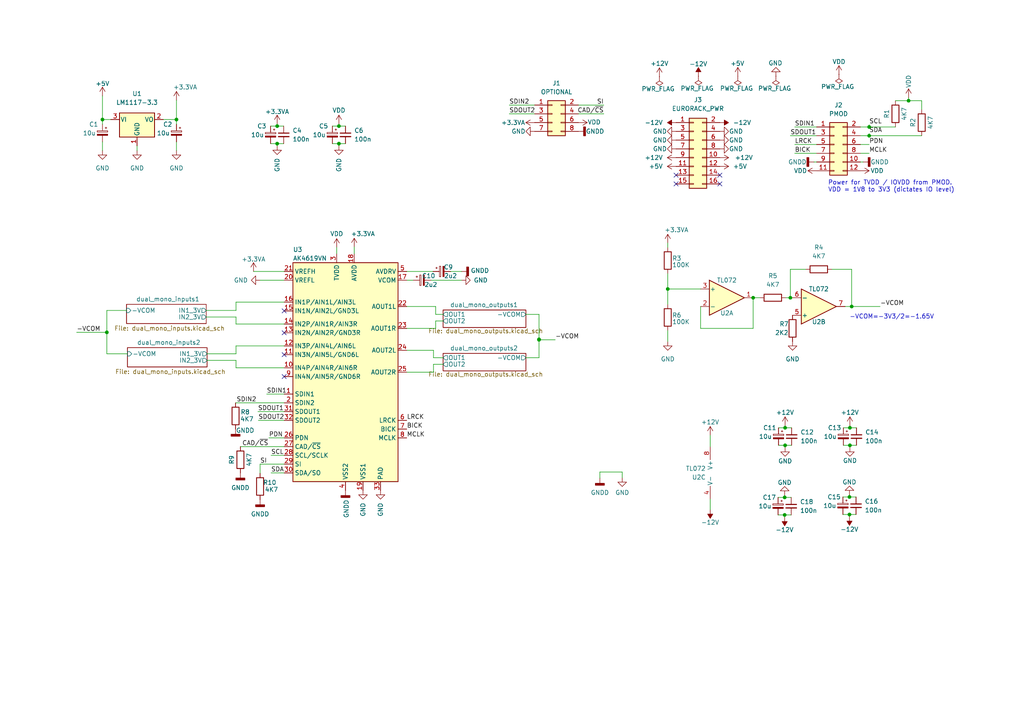
<source format=kicad_sch>
(kicad_sch (version 20211123) (generator eeschema)
  (paper "A4")
  (lib_symbols
    (symbol "Amplifier_Operational:TL072" (pin_names (offset 0.127))
      (property "Reference" "U" (at 0 5.08 0))
      (property "Value" "TL072" (at 0 -5.08 0))
      (symbol "TL072_1_1"
        (polyline (pts (xy -5.08 5.08) (xy 5.08 0) (xy -5.08 -5.08) (xy -5.08 5.08)) (stroke (width 0.254)) (fill (type background)))
        (pin output line (at 7.62 0 180) (length 2.54) (name "~") (number "1"))
        (pin input line (at -7.62 -2.54 0) (length 2.54) (name "-") (number "2"))
        (pin input line (at -7.62 2.54 0) (length 2.54) (name "+") (number "3"))
      )
      (symbol "TL072_2_1"
        (polyline (pts (xy -5.08 5.08) (xy 5.08 0) (xy -5.08 -5.08) (xy -5.08 5.08)) (stroke (width 0.254)) (fill (type background)))
        (pin input line (at -7.62 2.54 0) (length 2.54) (name "+") (number "5"))
        (pin input line (at -7.62 -2.54 0) (length 2.54) (name "-") (number "6"))
        (pin output line (at 7.62 0 180) (length 2.54) (name "~") (number "7"))
      )
      (symbol "TL072_3_1"
        (pin power_in line (at -2.54 -7.62 90) (length 3.81) (name "V-") (number "4"))
        (pin power_in line (at -2.54 7.62 270) (length 3.81) (name "V+") (number "8"))
      )
    )
    (symbol "Connector_Generic:Conn_02x04_Odd_Even" (pin_names (offset 1.016) hide)
      (property "Reference" "J" (at 1.27 5.08 0))
      (property "Value" "Conn_02x04_Odd_Even" (at 1.27 -7.62 0))
      (symbol "Conn_02x04_Odd_Even_1_1"
        (rectangle (start -1.27 -4.953) (end 0 -5.207) (stroke (width 0.1524)))
        (rectangle (start -1.27 -2.413) (end 0 -2.667) (stroke (width 0.1524)))
        (rectangle (start -1.27 0.127) (end 0 -0.127) (stroke (width 0.1524)))
        (rectangle (start -1.27 2.667) (end 0 2.413) (stroke (width 0.1524)))
        (rectangle (start -1.27 3.81) (end 3.81 -6.35) (stroke (width 0.254)) (fill (type background)))
        (rectangle (start 3.81 -4.953) (end 2.54 -5.207) (stroke (width 0.1524)))
        (rectangle (start 3.81 -2.413) (end 2.54 -2.667) (stroke (width 0.1524)))
        (rectangle (start 3.81 0.127) (end 2.54 -0.127) (stroke (width 0.1524)))
        (rectangle (start 3.81 2.667) (end 2.54 2.413) (stroke (width 0.1524)))
        (pin passive line (at -5.08 2.54 0) (length 3.81) (name "Pin_1") (number "1"))
        (pin passive line (at 7.62 2.54 180) (length 3.81) (name "Pin_2") (number "2"))
        (pin passive line (at -5.08 0 0) (length 3.81) (name "Pin_3") (number "3"))
        (pin passive line (at 7.62 0 180) (length 3.81) (name "Pin_4") (number "4"))
        (pin passive line (at -5.08 -2.54 0) (length 3.81) (name "Pin_5") (number "5"))
        (pin passive line (at 7.62 -2.54 180) (length 3.81) (name "Pin_6") (number "6"))
        (pin passive line (at -5.08 -5.08 0) (length 3.81) (name "Pin_7") (number "7"))
        (pin passive line (at 7.62 -5.08 180) (length 3.81) (name "Pin_8") (number "8"))
      )
    )
    (symbol "Connector_Generic:Conn_02x06_Odd_Even" (pin_names (offset 1.016) hide)
      (property "Reference" "J" (at 1.27 7.62 0))
      (property "Value" "Conn_02x06_Odd_Even" (at 1.27 -10.16 0))
      (symbol "Conn_02x06_Odd_Even_1_1"
        (rectangle (start -1.27 -7.493) (end 0 -7.747) (stroke (width 0.1524)))
        (rectangle (start -1.27 -4.953) (end 0 -5.207) (stroke (width 0.1524)))
        (rectangle (start -1.27 -2.413) (end 0 -2.667) (stroke (width 0.1524)))
        (rectangle (start -1.27 0.127) (end 0 -0.127) (stroke (width 0.1524)))
        (rectangle (start -1.27 2.667) (end 0 2.413) (stroke (width 0.1524)))
        (rectangle (start -1.27 5.207) (end 0 4.953) (stroke (width 0.1524)))
        (rectangle (start -1.27 6.35) (end 3.81 -8.89) (stroke (width 0.254)) (fill (type background)))
        (rectangle (start 3.81 -7.493) (end 2.54 -7.747) (stroke (width 0.1524)))
        (rectangle (start 3.81 -4.953) (end 2.54 -5.207) (stroke (width 0.1524)))
        (rectangle (start 3.81 -2.413) (end 2.54 -2.667) (stroke (width 0.1524)))
        (rectangle (start 3.81 0.127) (end 2.54 -0.127) (stroke (width 0.1524)))
        (rectangle (start 3.81 2.667) (end 2.54 2.413) (stroke (width 0.1524)))
        (rectangle (start 3.81 5.207) (end 2.54 4.953) (stroke (width 0.1524)))
        (pin passive line (at -5.08 5.08 0) (length 3.81) (name "Pin_1") (number "1"))
        (pin passive line (at 7.62 -5.08 180) (length 3.81) (name "Pin_10") (number "10"))
        (pin passive line (at -5.08 -7.62 0) (length 3.81) (name "Pin_11") (number "11"))
        (pin passive line (at 7.62 -7.62 180) (length 3.81) (name "Pin_12") (number "12"))
        (pin passive line (at 7.62 5.08 180) (length 3.81) (name "Pin_2") (number "2"))
        (pin passive line (at -5.08 2.54 0) (length 3.81) (name "Pin_3") (number "3"))
        (pin passive line (at 7.62 2.54 180) (length 3.81) (name "Pin_4") (number "4"))
        (pin passive line (at -5.08 0 0) (length 3.81) (name "Pin_5") (number "5"))
        (pin passive line (at 7.62 0 180) (length 3.81) (name "Pin_6") (number "6"))
        (pin passive line (at -5.08 -2.54 0) (length 3.81) (name "Pin_7") (number "7"))
        (pin passive line (at 7.62 -2.54 180) (length 3.81) (name "Pin_8") (number "8"))
        (pin passive line (at -5.08 -5.08 0) (length 3.81) (name "Pin_9") (number "9"))
      )
    )
    (symbol "Connector_Generic:Conn_02x08_Odd_Even" (pin_names (offset 1.016) hide)
      (property "Reference" "J" (at 1.27 10.16 0))
      (property "Value" "Conn_02x08_Odd_Even" (at 1.27 -12.7 0))
      (symbol "Conn_02x08_Odd_Even_1_1"
        (rectangle (start -1.27 -10.033) (end 0 -10.287) (stroke (width 0.1524)))
        (rectangle (start -1.27 -7.493) (end 0 -7.747) (stroke (width 0.1524)))
        (rectangle (start -1.27 -4.953) (end 0 -5.207) (stroke (width 0.1524)))
        (rectangle (start -1.27 -2.413) (end 0 -2.667) (stroke (width 0.1524)))
        (rectangle (start -1.27 0.127) (end 0 -0.127) (stroke (width 0.1524)))
        (rectangle (start -1.27 2.667) (end 0 2.413) (stroke (width 0.1524)))
        (rectangle (start -1.27 5.207) (end 0 4.953) (stroke (width 0.1524)))
        (rectangle (start -1.27 7.747) (end 0 7.493) (stroke (width 0.1524)))
        (rectangle (start -1.27 8.89) (end 3.81 -11.43) (stroke (width 0.254)) (fill (type background)))
        (rectangle (start 3.81 -10.033) (end 2.54 -10.287) (stroke (width 0.1524)))
        (rectangle (start 3.81 -7.493) (end 2.54 -7.747) (stroke (width 0.1524)))
        (rectangle (start 3.81 -4.953) (end 2.54 -5.207) (stroke (width 0.1524)))
        (rectangle (start 3.81 -2.413) (end 2.54 -2.667) (stroke (width 0.1524)))
        (rectangle (start 3.81 0.127) (end 2.54 -0.127) (stroke (width 0.1524)))
        (rectangle (start 3.81 2.667) (end 2.54 2.413) (stroke (width 0.1524)))
        (rectangle (start 3.81 5.207) (end 2.54 4.953) (stroke (width 0.1524)))
        (rectangle (start 3.81 7.747) (end 2.54 7.493) (stroke (width 0.1524)))
        (pin passive line (at -5.08 7.62 0) (length 3.81) (name "Pin_1") (number "1"))
        (pin passive line (at 7.62 -2.54 180) (length 3.81) (name "Pin_10") (number "10"))
        (pin passive line (at -5.08 -5.08 0) (length 3.81) (name "Pin_11") (number "11"))
        (pin passive line (at 7.62 -5.08 180) (length 3.81) (name "Pin_12") (number "12"))
        (pin passive line (at -5.08 -7.62 0) (length 3.81) (name "Pin_13") (number "13"))
        (pin passive line (at 7.62 -7.62 180) (length 3.81) (name "Pin_14") (number "14"))
        (pin passive line (at -5.08 -10.16 0) (length 3.81) (name "Pin_15") (number "15"))
        (pin passive line (at 7.62 -10.16 180) (length 3.81) (name "Pin_16") (number "16"))
        (pin passive line (at 7.62 7.62 180) (length 3.81) (name "Pin_2") (number "2"))
        (pin passive line (at -5.08 5.08 0) (length 3.81) (name "Pin_3") (number "3"))
        (pin passive line (at 7.62 5.08 180) (length 3.81) (name "Pin_4") (number "4"))
        (pin passive line (at -5.08 2.54 0) (length 3.81) (name "Pin_5") (number "5"))
        (pin passive line (at 7.62 2.54 180) (length 3.81) (name "Pin_6") (number "6"))
        (pin passive line (at -5.08 0 0) (length 3.81) (name "Pin_7") (number "7"))
        (pin passive line (at 7.62 0 180) (length 3.81) (name "Pin_8") (number "8"))
        (pin passive line (at -5.08 -2.54 0) (length 3.81) (name "Pin_9") (number "9"))
      )
    )
    (symbol "Device:C_Polarized_Small" (pin_numbers hide) (pin_names (offset 0.254) hide)
      (property "Reference" "C" (at 0.254 1.778 0))
      (property "Value" "C_Polarized_Small" (at 0.254 -2.032 0))
      (symbol "C_Polarized_Small_0_1"
        (rectangle (start -1.524 -0.3048) (end 1.524 -0.6858) (fill (type outline)))
        (rectangle (start -1.524 0.6858) (end 1.524 0.3048))
        (polyline (pts (xy -1.27 1.524) (xy -0.762 1.524)))
        (polyline (pts (xy -1.016 1.27) (xy -1.016 1.778)))
      )
      (symbol "C_Polarized_Small_1_1"
        (pin passive line (at 0 2.54 270) (length 1.8542) (name "~") (number "1"))
        (pin passive line (at 0 -2.54 90) (length 1.8542) (name "~") (number "2"))
      )
    )
    (symbol "Device:C_Small" (pin_numbers hide) (pin_names (offset 0.254) hide)
      (property "Reference" "C" (at 0.254 1.778 0))
      (property "Value" "C_Small" (at 0.254 -2.032 0))
      (symbol "C_Small_0_1"
        (polyline (pts (xy -1.524 -0.508) (xy 1.524 -0.508)) (stroke (width 0.3302)))
        (polyline (pts (xy -1.524 0.508) (xy 1.524 0.508)) (stroke (width 0.3048)))
      )
      (symbol "C_Small_1_1"
        (pin passive line (at 0 2.54 270) (length 2.032) (name "~") (number "1"))
        (pin passive line (at 0 -2.54 90) (length 2.032) (name "~") (number "2"))
      )
    )
    (symbol "Device:R" (pin_numbers hide) (pin_names (offset 0))
      (property "Reference" "R" (at 2.032 0 90))
      (property "Value" "R" (at 0 0 90))
      (symbol "R_0_1"
        (rectangle (start -1.016 -2.54) (end 1.016 2.54) (stroke (width 0.254)))
      )
      (symbol "R_1_1"
        (pin passive line (at 0 3.81 270) (length 1.27) (name "~") (number "1"))
        (pin passive line (at 0 -3.81 90) (length 1.27) (name "~") (number "2"))
      )
    )
    (symbol "Regulator_Linear:LM1117-3.3" (pin_names (offset 0.254))
      (property "Reference" "U" (at -3.81 3.175 0))
      (property "Value" "LM1117-3.3" (at 0 3.175 0))
      (symbol "LM1117-3.3_0_1"
        (rectangle (start -5.08 -5.08) (end 5.08 1.905) (stroke (width 0.254)) (fill (type background)))
      )
      (symbol "LM1117-3.3_1_1"
        (pin power_in line (at 0 -7.62 90) (length 2.54) (name "GND") (number "1"))
        (pin power_out line (at 7.62 0 180) (length 2.54) (name "VO") (number "2"))
        (pin power_in line (at -7.62 0 0) (length 2.54) (name "VI") (number "3"))
      )
    )
    (symbol "ak_codec_ics:AK4619VN"
      (property "Reference" "U?" (at -13.97 41.91 0))
      (property "Value" "AK4619VN" (at -10.16 39.37 0))
      (symbol "AK4619VN_0_1"
        (rectangle (start -15.24 38.1) (end 15.24 -25.4) (stroke (width 0.254)) (fill (type background)))
      )
      (symbol "AK4619VN_1_1"
        (pin input line (at -17.78 0 0) (length 2.54) (name "SDIN1") (number "1"))
        (pin input line (at -17.78 7.62 0) (length 2.54) (name "IN4P/AIN4R/AIN6R") (number "10"))
        (pin input line (at -17.78 11.43 0) (length 2.54) (name "IN3N/AIN5L/GND6L") (number "11"))
        (pin input line (at -17.78 13.97 0) (length 2.54) (name "IN3P/AIN4L/AIN6L") (number "12"))
        (pin input line (at -17.78 17.78 0) (length 2.54) (name "IN2N/AIN2R/GND3R") (number "13"))
        (pin input line (at -17.78 20.32 0) (length 2.54) (name "IN2P/AIN1R/AIN3R") (number "14"))
        (pin input line (at -17.78 24.13 0) (length 2.54) (name "IN1N/AIN2L/GND3L") (number "15"))
        (pin input line (at -17.78 26.67 0) (length 2.54) (name "IN1P/AIN1L/AIN3L") (number "16"))
        (pin power_out line (at 17.78 33.02 180) (length 2.54) (name "VCOM") (number "17"))
        (pin power_in line (at 2.54 40.64 270) (length 2.54) (name "AVDD") (number "18"))
        (pin power_in line (at 5.08 -27.94 90) (length 2.54) (name "VSS1") (number "19"))
        (pin input line (at -17.78 -2.54 0) (length 2.54) (name "SDIN2") (number "2"))
        (pin input line (at -17.78 33.02 0) (length 2.54) (name "VREFL") (number "20"))
        (pin input line (at -17.78 35.56 0) (length 2.54) (name "VREFH") (number "21"))
        (pin output line (at 17.78 25.4 180) (length 2.54) (name "AOUT1L") (number "22"))
        (pin output line (at 17.78 19.05 180) (length 2.54) (name "AOUT1R") (number "23"))
        (pin output line (at 17.78 12.7 180) (length 2.54) (name "AOUT2L") (number "24"))
        (pin output line (at 17.78 6.35 180) (length 2.54) (name "AOUT2R") (number "25"))
        (pin input line (at -17.78 -12.7 0) (length 2.54) (name "PDN") (number "26"))
        (pin input line (at -17.78 -15.24 0) (length 2.54) (name "CAD/~{CS}") (number "27"))
        (pin input line (at -17.78 -17.78 0) (length 2.54) (name "SCL/SCLK") (number "28"))
        (pin input line (at -17.78 -20.32 0) (length 2.54) (name "SI") (number "29"))
        (pin power_in line (at -2.54 40.64 270) (length 2.54) (name "TVDD") (number "3"))
        (pin bidirectional line (at -17.78 -22.86 0) (length 2.54) (name "SDA/SO") (number "30"))
        (pin output line (at -17.78 -5.08 0) (length 2.54) (name "SDOUT1") (number "31"))
        (pin output line (at -17.78 -7.62 0) (length 2.54) (name "SDOUT2") (number "32"))
        (pin passive line (at 10.16 -27.94 90) (length 2.54) (name "PAD") (number "33"))
        (pin power_in line (at 0 -27.94 90) (length 2.54) (name "VSS2") (number "4"))
        (pin power_out line (at 17.78 35.56 180) (length 2.54) (name "AVDRV") (number "5"))
        (pin input line (at 17.78 -7.62 180) (length 2.54) (name "LRCK") (number "6"))
        (pin input line (at 17.78 -10.16 180) (length 2.54) (name "BICK") (number "7"))
        (pin input line (at 17.78 -12.7 180) (length 2.54) (name "MCLK") (number "8"))
        (pin input line (at -17.78 5.08 0) (length 2.54) (name "IN4N/AIN5R/GND6R") (number "9"))
      )
    )
    (symbol "power:+12V" (power) (pin_names (offset 0))
      (property "Value" "+12V" (at 0 3.556 0))
      (symbol "+12V_0_1"
        (polyline (pts (xy -0.762 1.27) (xy 0 2.54)))
        (polyline (pts (xy 0 0) (xy 0 2.54)))
        (polyline (pts (xy 0 2.54) (xy 0.762 1.27)))
      )
      (symbol "+12V_1_1"
        (pin power_in line (at 0 0 90) (length 0) hide (name "+12V") (number "1"))
      )
    )
    (symbol "power:+3.3VA" (power) (pin_names (offset 0))
      (property "Value" "+3.3VA" (at 0 3.556 0))
      (symbol "+3.3VA_0_1"
        (polyline (pts (xy -0.762 1.27) (xy 0 2.54)))
        (polyline (pts (xy 0 0) (xy 0 2.54)))
        (polyline (pts (xy 0 2.54) (xy 0.762 1.27)))
      )
      (symbol "+3.3VA_1_1"
        (pin power_in line (at 0 0 90) (length 0) hide (name "+3.3VA") (number "1"))
      )
    )
    (symbol "power:+5V" (power) (pin_names (offset 0))
      (property "Value" "+5V" (at 0 3.556 0))
      (symbol "+5V_0_1"
        (polyline (pts (xy -0.762 1.27) (xy 0 2.54)))
        (polyline (pts (xy 0 0) (xy 0 2.54)))
        (polyline (pts (xy 0 2.54) (xy 0.762 1.27)))
      )
      (symbol "+5V_1_1"
        (pin power_in line (at 0 0 90) (length 0) hide (name "+5V") (number "1"))
      )
    )
    (symbol "power:-12V" (power) (pin_names (offset 0))
      (property "Value" "-12V" (at 0 3.81 0))
      (symbol "-12V_0_0"
        (pin power_in line (at 0 0 90) (length 0) hide (name "-12V") (number "1"))
      )
      (symbol "-12V_0_1"
        (polyline (pts (xy 0 0) (xy 0 1.27) (xy 0.762 1.27) (xy 0 2.54) (xy -0.762 1.27) (xy 0 1.27)) (fill (type outline)))
      )
    )
    (symbol "power:GND" (power) (pin_names (offset 0))
      (property "Value" "GND" (at 0 -3.81 0))
      (symbol "GND_0_1"
        (polyline (pts (xy 0 0) (xy 0 -1.27) (xy 1.27 -1.27) (xy 0 -2.54) (xy -1.27 -1.27) (xy 0 -1.27)))
      )
      (symbol "GND_1_1"
        (pin power_in line (at 0 0 270) (length 0) hide (name "GND") (number "1"))
      )
    )
    (symbol "power:GNDD" (power) (pin_names (offset 0))
      (property "Value" "GNDD" (at 0 -3.175 0))
      (symbol "GNDD_0_1"
        (rectangle (start -1.27 -1.524) (end 1.27 -2.032) (stroke (width 0.254)) (fill (type outline)))
        (polyline (pts (xy 0 0) (xy 0 -1.524)))
      )
      (symbol "GNDD_1_1"
        (pin power_in line (at 0 0 270) (length 0) hide (name "GNDD") (number "1"))
      )
    )
    (symbol "power:PWR_FLAG" (power) (pin_numbers hide) (pin_names (offset 0) hide)
      (property "Value" "PWR_FLAG" (at 0 3.81 0))
      (symbol "PWR_FLAG_0_0"
        (pin power_out line (at 0 0 90) (length 0) (name "pwr") (number "1"))
      )
      (symbol "PWR_FLAG_0_1"
        (polyline (pts (xy 0 0) (xy 0 1.27) (xy -1.016 1.905) (xy 0 2.54) (xy 1.016 1.905) (xy 0 1.27)))
      )
    )
    (symbol "power:VDD" (power) (pin_names (offset 0))
      (property "Value" "VDD" (at 0 3.81 0))
      (symbol "VDD_0_1"
        (polyline (pts (xy -0.762 1.27) (xy 0 2.54)))
        (polyline (pts (xy 0 0) (xy 0 2.54)))
        (polyline (pts (xy 0 2.54) (xy 0.762 1.27)))
      )
      (symbol "VDD_1_1"
        (pin power_in line (at 0 0 90) (length 0) hide (name "VDD") (number "1"))
      )
    )
  )
  (junction (at 252.095 39.37))
  (junction (at 98.298 41.656))
  (junction (at 227.711 129.159))
  (junction (at 227.711 124.079))
  (junction (at 193.675 83.82))
  (junction (at 247.015 88.9))
  (junction (at 98.298 36.576))
  (junction (at 218.44 86.36))
  (junction (at 252.095 36.83))
  (junction (at 227.584 149.352))
  (junction (at 229.235 86.36))
  (junction (at 156.337 98.552))
  (junction (at 263.525 29.21))
  (junction (at 246.38 149.225))
  (junction (at 246.507 129.159))
  (junction (at 80.391 36.576))
  (junction (at 246.38 144.145))
  (junction (at 29.718 34.671))
  (junction (at 156.337 98.425))
  (junction (at 227.584 144.272))
  (junction (at 80.391 41.656))
  (junction (at 246.507 124.079))
  (junction (at 30.988 96.393))
  (junction (at 51.181 34.671))
  (no_connect (at 82.423 102.87))
  (no_connect (at 82.423 109.22))
  (no_connect (at 82.423 90.17))
  (no_connect (at 82.423 96.52))
  (no_connect (at 208.788 53.34))
  (no_connect (at 208.788 50.8))
  (no_connect (at 196.088 53.34))
  (no_connect (at 196.088 50.8))
  (wire (pts (xy 229.235 86.36) (xy 229.87 86.36)))
  (wire (pts (xy 249.555 46.99) (xy 250.317 46.99)))
  (wire (pts (xy 117.983 81.28) (xy 119.888 81.28)))
  (wire (pts (xy 68.326 116.84) (xy 82.423 116.84)))
  (wire (pts (xy 230.505 36.83) (xy 236.855 36.83)))
  (wire (pts (xy 246.38 149.225) (xy 248.285 149.225)))
  (wire (pts (xy 68.453 104.521) (xy 68.453 106.68)))
  (wire (pts (xy 59.817 91.948) (xy 68.453 91.948)))
  (wire (pts (xy 225.679 149.352) (xy 227.584 149.352)))
  (wire (pts (xy 75.438 134.62) (xy 82.423 134.62)))
  (wire (pts (xy 249.555 36.83) (xy 252.095 36.83)))
  (wire (pts (xy 80.391 41.656) (xy 82.296 41.656)))
  (wire (pts (xy 117.983 107.95) (xy 125.73 107.95)))
  (wire (pts (xy 267.335 31.75) (xy 267.335 29.21)))
  (wire (pts (xy 227.965 86.36) (xy 229.235 86.36)))
  (wire (pts (xy 259.715 29.21) (xy 263.525 29.21)))
  (wire (pts (xy 246.38 144.145) (xy 248.285 144.145)))
  (wire (pts (xy 205.994 144.78) (xy 205.994 147.828)))
  (wire (pts (xy 249.555 44.45) (xy 252.095 44.45)))
  (wire (pts (xy 229.235 39.37) (xy 236.855 39.37)))
  (wire (pts (xy 156.337 103.759) (xy 152.527 103.759)))
  (wire (pts (xy 156.337 98.425) (xy 156.337 98.552)))
  (wire (pts (xy 252.095 36.83) (xy 259.715 36.83)))
  (wire (pts (xy 68.453 100.33) (xy 82.423 100.33)))
  (wire (pts (xy 180.467 136.906) (xy 173.99 136.906)))
  (wire (pts (xy 246.507 123.444) (xy 246.507 124.079)))
  (wire (pts (xy 36.703 90.043) (xy 30.988 90.043)))
  (wire (pts (xy 193.675 83.82) (xy 193.675 88.265)))
  (wire (pts (xy 227.711 123.444) (xy 227.711 124.079)))
  (wire (pts (xy 244.475 149.225) (xy 246.38 149.225)))
  (wire (pts (xy 263.525 28.321) (xy 263.525 29.21)))
  (wire (pts (xy 167.767 33.02) (xy 175.133 33.02)))
  (wire (pts (xy 236.093 46.99) (xy 236.855 46.99)))
  (wire (pts (xy 173.99 136.906) (xy 173.99 138.684)))
  (wire (pts (xy 29.718 41.148) (xy 29.718 43.688)))
  (wire (pts (xy 227.711 129.159) (xy 227.711 129.794)))
  (wire (pts (xy 203.2 95.25) (xy 218.44 95.25)))
  (wire (pts (xy 126.365 91.186) (xy 126.365 88.9)))
  (wire (pts (xy 203.2 88.9) (xy 203.2 95.25)))
  (wire (pts (xy 227.711 124.079) (xy 229.616 124.079)))
  (wire (pts (xy 97.663 71.755) (xy 97.663 73.66)))
  (wire (pts (xy 60.071 104.521) (xy 68.453 104.521)))
  (wire (pts (xy 125.73 101.6) (xy 125.73 103.759)))
  (wire (pts (xy 227.584 149.352) (xy 229.489 149.352)))
  (wire (pts (xy 22.225 96.393) (xy 30.988 96.393)))
  (wire (pts (xy 77.343 114.3) (xy 82.423 114.3)))
  (wire (pts (xy 252.095 39.37) (xy 267.335 39.37)))
  (wire (pts (xy 69.723 129.54) (xy 82.423 129.54)))
  (wire (pts (xy 227.584 144.272) (xy 229.489 144.272)))
  (wire (pts (xy 252.095 36.195) (xy 252.095 36.83)))
  (wire (pts (xy 73.533 78.74) (xy 82.423 78.74)))
  (wire (pts (xy 156.337 91.186) (xy 156.337 98.425)))
  (wire (pts (xy 230.505 44.45) (xy 236.855 44.45)))
  (wire (pts (xy 246.38 149.225) (xy 246.38 149.86)))
  (wire (pts (xy 246.507 129.159) (xy 248.412 129.159)))
  (wire (pts (xy 68.453 87.63) (xy 82.423 87.63)))
  (wire (pts (xy 229.235 86.36) (xy 229.235 78.105)))
  (wire (pts (xy 39.751 42.291) (xy 39.751 43.688)))
  (wire (pts (xy 96.393 41.656) (xy 98.298 41.656)))
  (wire (pts (xy 225.806 129.159) (xy 227.711 129.159)))
  (wire (pts (xy 193.675 95.885) (xy 193.675 99.06)))
  (wire (pts (xy 246.507 129.159) (xy 246.507 129.794)))
  (wire (pts (xy 78.613 132.08) (xy 82.423 132.08)))
  (wire (pts (xy 29.718 34.671) (xy 32.131 34.671)))
  (wire (pts (xy 80.391 41.656) (xy 80.391 42.291)))
  (wire (pts (xy 193.675 79.375) (xy 193.675 83.82)))
  (wire (pts (xy 205.994 126.238) (xy 205.994 129.54)))
  (wire (pts (xy 193.675 83.82) (xy 203.2 83.82)))
  (wire (pts (xy 78.486 41.656) (xy 80.391 41.656)))
  (wire (pts (xy 230.505 41.91) (xy 236.855 41.91)))
  (wire (pts (xy 98.298 41.656) (xy 98.298 42.291)))
  (wire (pts (xy 96.393 36.576) (xy 98.298 36.576)))
  (wire (pts (xy 98.298 36.576) (xy 100.203 36.576)))
  (wire (pts (xy 244.475 144.145) (xy 246.38 144.145)))
  (wire (pts (xy 51.181 29.083) (xy 51.181 34.671)))
  (wire (pts (xy 147.701 30.48) (xy 155.067 30.48)))
  (wire (pts (xy 252.095 38.735) (xy 252.095 39.37)))
  (wire (pts (xy 78.613 137.16) (xy 82.423 137.16)))
  (wire (pts (xy 124.968 81.28) (xy 133.858 81.28)))
  (wire (pts (xy 180.467 138.557) (xy 180.467 136.906)))
  (wire (pts (xy 77.978 127) (xy 82.423 127)))
  (wire (pts (xy 98.298 41.656) (xy 100.203 41.656)))
  (wire (pts (xy 227.584 143.637) (xy 227.584 144.272)))
  (wire (pts (xy 225.679 144.272) (xy 227.584 144.272)))
  (wire (pts (xy 247.015 88.9) (xy 245.11 88.9)))
  (wire (pts (xy 246.38 143.51) (xy 246.38 144.145)))
  (wire (pts (xy 126.365 93.091) (xy 126.365 95.25)))
  (wire (pts (xy 229.235 78.105) (xy 233.68 78.105)))
  (wire (pts (xy 30.988 96.393) (xy 30.988 102.616)))
  (wire (pts (xy 80.391 35.941) (xy 80.391 36.576)))
  (wire (pts (xy 130.683 78.74) (xy 133.858 78.74)))
  (wire (pts (xy 74.803 119.38) (xy 82.423 119.38)))
  (wire (pts (xy 193.675 70.485) (xy 193.675 71.755)))
  (wire (pts (xy 80.391 36.576) (xy 82.296 36.576)))
  (wire (pts (xy 249.555 41.91) (xy 252.095 41.91)))
  (wire (pts (xy 51.181 36.068) (xy 51.181 34.671)))
  (wire (pts (xy 147.701 33.02) (xy 155.067 33.02)))
  (wire (pts (xy 128.524 93.091) (xy 126.365 93.091)))
  (wire (pts (xy 241.3 78.105) (xy 247.015 78.105)))
  (wire (pts (xy 249.555 39.37) (xy 252.095 39.37)))
  (wire (pts (xy 227.584 149.352) (xy 227.584 149.987)))
  (wire (pts (xy 218.44 86.36) (xy 220.345 86.36)))
  (wire (pts (xy 29.718 36.068) (xy 29.718 34.671)))
  (wire (pts (xy 117.983 88.9) (xy 126.365 88.9)))
  (wire (pts (xy 161.036 98.552) (xy 156.337 98.552)))
  (wire (pts (xy 102.743 71.628) (xy 102.743 73.66)))
  (wire (pts (xy 117.983 78.74) (xy 125.603 78.74)))
  (wire (pts (xy 30.988 96.393) (xy 30.988 90.043)))
  (wire (pts (xy 29.718 27.813) (xy 29.718 34.671)))
  (wire (pts (xy 128.524 91.186) (xy 126.365 91.186)))
  (wire (pts (xy 156.337 98.552) (xy 156.337 103.759)))
  (wire (pts (xy 125.73 103.759) (xy 128.524 103.759)))
  (wire (pts (xy 117.983 95.25) (xy 126.365 95.25)))
  (wire (pts (xy 98.298 35.941) (xy 98.298 36.576)))
  (wire (pts (xy 36.957 102.616) (xy 30.988 102.616)))
  (wire (pts (xy 68.453 106.68) (xy 82.423 106.68)))
  (wire (pts (xy 125.73 105.664) (xy 125.73 107.95)))
  (wire (pts (xy 152.527 91.186) (xy 156.337 91.186)))
  (wire (pts (xy 117.983 101.6) (xy 125.73 101.6)))
  (wire (pts (xy 68.453 91.948) (xy 68.453 93.98)))
  (wire (pts (xy 68.453 90.043) (xy 68.453 87.63)))
  (wire (pts (xy 246.507 124.079) (xy 248.412 124.079)))
  (wire (pts (xy 68.453 93.98) (xy 82.423 93.98)))
  (wire (pts (xy 244.602 129.159) (xy 246.507 129.159)))
  (wire (pts (xy 247.015 78.105) (xy 247.015 88.9)))
  (wire (pts (xy 51.181 41.148) (xy 51.181 43.688)))
  (wire (pts (xy 218.44 95.25) (xy 218.44 86.36)))
  (wire (pts (xy 75.438 137.287) (xy 75.438 134.62)))
  (wire (pts (xy 75.438 81.28) (xy 82.423 81.28)))
  (wire (pts (xy 227.711 129.159) (xy 229.616 129.159)))
  (wire (pts (xy 59.817 90.043) (xy 68.453 90.043)))
  (wire (pts (xy 244.602 124.079) (xy 246.507 124.079)))
  (wire (pts (xy 128.524 105.664) (xy 125.73 105.664)))
  (wire (pts (xy 51.181 34.671) (xy 47.371 34.671)))
  (wire (pts (xy 225.806 124.079) (xy 227.711 124.079)))
  (wire (pts (xy 68.453 102.616) (xy 68.453 100.33)))
  (wire (pts (xy 263.525 29.21) (xy 267.335 29.21)))
  (wire (pts (xy 78.486 36.576) (xy 80.391 36.576)))
  (wire (pts (xy 74.93 121.92) (xy 82.423 121.92)))
  (wire (pts (xy 247.015 88.9) (xy 255.27 88.9)))
  (wire (pts (xy 60.071 102.616) (xy 68.453 102.616)))
  (wire (pts (xy 175.133 30.48) (xy 167.767 30.48)))
  (text "-VCOM=-3V3/2=-1.65V" (at 246.38 92.71 0) (effects (font (size 1.27 1.27)) (justify left bottom)))
  (text "Power for TVDD / IOVDD from PMOD.\nVDD = 1V8 to 3V3 (dictates IO level)" (at 240.157 55.88 0) (effects (font (size 1.27 1.27)) (justify left bottom)))
  (label "-VCOM" (at 255.27 88.9 0))
  (label "-VCOM" (at 22.225 96.393 0))
  (label "SDOUT1" (at 229.235 39.37 0))
  (label "BICK" (at 117.983 124.46 0))
  (label "CAD{slash}~{CS}" (at 70.231 129.54 0))
  (label "SI" (at 175.133 30.48 180))
  (label "PDN" (at 252.095 41.91 0))
  (label "SDOUT1" (at 74.803 119.38 0))
  (label "LRCK" (at 117.983 121.92 0))
  (label "SDIN1" (at 230.505 36.83 0))
  (label "PDN" (at 77.978 127 0))
  (label "MCLK" (at 117.983 127 0))
  (label "BICK" (at 230.505 44.45 0))
  (label "-VCOM" (at 161.036 98.552 0))
  (label "SCL" (at 252.095 36.195 0))
  (label "SDOUT2" (at 147.701 33.02 0))
  (label "SDA" (at 78.613 137.16 0))
  (label "SI" (at 75.438 134.62 0))
  (label "SDIN2" (at 147.701 30.48 0))
  (label "SDIN1" (at 77.343 114.3 0))
  (label "MCLK" (at 252.095 44.45 0))
  (label "LRCK" (at 230.505 41.91 0))
  (label "SCL" (at 78.613 132.08 0))
  (label "SDOUT2" (at 74.93 121.92 0))
  (label "SDIN2" (at 68.58 116.84 0))
  (label "SDA" (at 252.095 38.735 0))
  (label "CAD{slash}~{CS}" (at 175.133 33.02 180))
  (symbol (lib_id "power:+3.3VA") (at 80.391 35.941 0) (unit 1)
    (property "Reference" "#PWR013" (effects hide))
    (property "Value" "+3.3VA" (at 80.391 32.385 0))
  )
  (symbol (lib_id "power:-12V") (at 205.994 147.828 180) (unit 1)
    (property "Reference" "#PWR062" (effects hide))
    (property "Value" "-12V" (at 203.327 151.511 0) (effects (justify right)))
  )
  (symbol (lib_id "Device:R") (at 75.438 141.097 0) (unit 1)
    (property "Reference" "R10" (at 78.232 139.954 0))
    (property "Value" "4K7" (at 78.74 141.986 0))
    (property "Footprint" "Resistor_SMD:R_0603_1608Metric" (effects hide))
  )
  (symbol (lib_id "Device:C_Polarized_Small") (at 128.143 78.74 90) (mirror x) (unit 1)
    (property "Reference" "C9" (at 130.048 77.47 90))
    (property "Value" "2u2" (at 130.683 80.01 90))
    (property "Footprint" "Capacitor_Tantalum_SMD:CP_EIA-3216-10_Kemet-I" (effects hide))
  )
  (symbol (lib_id "power:PWR_FLAG") (at 225.044 22.098 180) (unit 1)
    (property "Reference" "#FLG04" (effects hide))
    (property "Value" "PWR_FLAG" (at 224.663 25.654 0))
  )
  (symbol (lib_id "Amplifier_Operational:TL072") (at 210.82 86.36 0) (unit 1)
    (property "Reference" "U2" (at 210.82 90.805 0))
    (property "Value" "TL072" (at 210.82 81.28 0))
    (property "Footprint" "Package_SO:SOIC-8_3.9x4.9mm_P1.27mm" (effects hide))
    (property "Datasheet" "http://www.ti.com/lit/ds/symlink/tl071.pdf" (effects hide))
  )
  (symbol (lib_id "Device:C_Polarized_Small") (at 244.475 146.685 0) (mirror y) (unit 1)
    (property "Reference" "C15" (at 241.935 144.145 0))
    (property "Value" "10u" (at 240.665 146.685 0))
    (property "Footprint" "Capacitor_Tantalum_SMD:CP_EIA-3216-10_Kemet-I" (effects hide))
  )
  (symbol (lib_id "power:+3.3VA") (at 51.181 29.083 0) (unit 1)
    (property "Reference" "#PWR08" (effects hide))
    (property "Value" "+3.3VA" (at 53.721 25.273 0))
  )
  (symbol (lib_id "Device:C_Polarized_Small") (at 122.428 81.28 90) (mirror x) (unit 1)
    (property "Reference" "C10" (at 124.333 80.01 90))
    (property "Value" "2u2" (at 124.968 82.55 90))
    (property "Footprint" "Capacitor_Tantalum_SMD:CP_EIA-3216-10_Kemet-I" (effects hide))
  )
  (symbol (lib_id "power:+12V") (at 196.088 45.72 90) (unit 1)
    (property "Reference" "#PWR030" (effects hide))
    (property "Value" "+12V" (at 192.278 45.7199 90) (effects (justify left)))
  )
  (symbol (lib_id "Device:R") (at 193.675 92.075 0) (unit 1)
    (property "Reference" "R6" (at 194.945 91.44 0) (effects (justify left)))
    (property "Value" "100K" (at 194.945 93.345 0) (effects (justify left)))
    (property "Footprint" "Resistor_SMD:R_0603_1608Metric" (effects hide))
  )
  (symbol (lib_id "Device:C_Small") (at 229.616 126.619 0) (unit 1)
    (property "Reference" "C12" (at 232.156 125.3552 0) (effects (justify left)))
    (property "Value" "100n" (at 232.156 127.8952 0) (effects (justify left)))
    (property "Footprint" "Capacitor_SMD:C_0603_1608Metric" (effects hide))
  )
  (symbol (lib_id "power:GND") (at 180.467 138.557 0) (unit 1)
    (property "Reference" "#PWR054" (effects hide))
    (property "Value" "GND" (at 178.435 142.875 0) (effects (justify left)))
  )
  (symbol (lib_id "Device:C_Polarized_Small") (at 96.393 39.116 0) (mirror y) (unit 1)
    (property "Reference" "C5" (at 93.853 36.576 0))
    (property "Value" "10u" (at 92.583 39.116 0))
    (property "Footprint" "Capacitor_Tantalum_SMD:CP_EIA-3216-10_Kemet-I" (effects hide))
  )
  (symbol (lib_id "power:VDD") (at 236.855 49.53 90) (unit 1)
    (property "Reference" "#PWR036" (effects hide))
    (property "Value" "VDD" (at 232.156 49.53 90))
  )
  (symbol (lib_id "power:VDD") (at 97.663 71.755 0) (unit 1)
    (property "Reference" "#PWR040" (effects hide))
    (property "Value" "VDD" (at 97.663 67.818 0))
  )
  (symbol (lib_id "power:GNDD") (at 236.093 46.99 270) (unit 1)
    (property "Reference" "#PWR032" (effects hide))
    (property "Value" "GNDD" (at 231.267 46.99 90))
  )
  (symbol (lib_id "power:GNDD") (at 173.99 138.684 0) (unit 1)
    (property "Reference" "#PWR055" (effects hide))
    (property "Value" "GNDD" (at 173.99 142.875 0))
  )
  (symbol (lib_id "power:GNDD") (at 75.438 144.907 0) (unit 1)
    (property "Reference" "#PWR061" (effects hide))
    (property "Value" "GNDD" (at 75.438 149.098 0))
  )
  (symbol (lib_id "power:GND") (at 208.788 40.64 90) (unit 1)
    (property "Reference" "#PWR021" (effects hide))
    (property "Value" "GND" (at 215.519 40.64 90) (effects (justify left)))
  )
  (symbol (lib_id "Amplifier_Operational:TL072") (at 237.49 88.9 0) (mirror x) (unit 2)
    (property "Reference" "U2" (at 237.49 93.345 0))
    (property "Value" "TL072" (at 237.49 83.82 0))
    (property "Footprint" "Package_SO:SOIC-8_3.9x4.9mm_P1.27mm" (effects hide))
    (property "Datasheet" "http://www.ti.com/lit/ds/symlink/tl071.pdf" (effects hide))
  )
  (symbol (lib_id "power:GND") (at 80.391 42.291 0) (unit 1)
    (property "Reference" "#PWR022" (effects hide))
    (property "Value" "GND" (at 80.391 49.911 90) (effects (justify left)))
  )
  (symbol (lib_id "Device:R") (at 237.49 78.105 90) (unit 1)
    (property "Reference" "R4" (at 237.49 71.755 90))
    (property "Value" "4K7" (at 237.49 74.295 90))
    (property "Footprint" "Resistor_SMD:R_0603_1608Metric" (effects hide))
  )
  (symbol (lib_id "power:+12V") (at 191.262 22.225 0) (unit 1)
    (property "Reference" "#PWR05" (effects hide))
    (property "Value" "+12V" (at 193.929 18.415 0) (effects (justify right)))
  )
  (symbol (lib_id "power:GNDD") (at 133.858 78.74 90) (unit 1)
    (property "Reference" "#PWR042" (effects hide))
    (property "Value" "GNDD" (at 139.192 78.486 90))
  )
  (symbol (lib_id "Connector_Generic:Conn_02x04_Odd_Even") (at 160.147 33.02 0) (unit 1)
    (property "Reference" "J1" (at 161.417 24.13 0))
    (property "Value" "OPTIONAL" (at 161.417 26.67 0))
    (property "Footprint" "Connector_PinHeader_2.54mm:PinHeader_2x04_P2.54mm_Vertical" (effects hide))
  )
  (symbol (lib_id "power:PWR_FLAG") (at 243.332 21.59 180) (unit 1)
    (property "Reference" "#FLG01" (effects hide))
    (property "Value" "PWR_FLAG" (at 242.951 25.146 0))
  )
  (symbol (lib_id "power:GND") (at 105.283 142.24 0) (unit 1)
    (property "Reference" "#PWR057" (effects hide))
    (property "Value" "GND" (at 105.283 149.86 90) (effects (justify left)))
  )
  (symbol (lib_id "power:GND") (at 133.858 81.28 90) (unit 1)
    (property "Reference" "#PWR044" (effects hide))
    (property "Value" "GND" (at 141.478 81.28 90) (effects (justify left)))
  )
  (symbol (lib_id "power:+5V") (at 213.995 22.098 0) (unit 1)
    (property "Reference" "#PWR03" (effects hide))
    (property "Value" "+5V" (at 211.836 18.415 0) (effects (justify left)))
  )
  (symbol (lib_id "Device:C_Small") (at 248.285 146.685 0) (unit 1)
    (property "Reference" "C16" (at 250.825 145.4212 0) (effects (justify left)))
    (property "Value" "100n" (at 250.825 147.9612 0) (effects (justify left)))
    (property "Footprint" "Capacitor_SMD:C_0603_1608Metric" (effects hide))
  )
  (symbol (lib_id "power:GNDD") (at 68.326 124.46 0) (unit 1)
    (property "Reference" "#PWR049" (effects hide))
    (property "Value" "GNDD" (at 71.12 124.841 0))
  )
  (symbol (lib_id "Connector_Generic:Conn_02x08_Odd_Even") (at 201.168 43.18 0) (unit 1)
    (property "Reference" "J3" (at 202.438 28.956 0))
    (property "Value" "EURORACK_PWR" (at 202.438 31.496 0))
    (property "Footprint" "Connector_PinHeader_2.54mm:PinHeader_2x08_P2.54mm_Vertical" (effects hide))
  )
  (symbol (lib_id "power:+12V") (at 246.507 123.444 0) (unit 1)
    (property "Reference" "#PWR048" (effects hide))
    (property "Value" "+12V" (at 243.84 119.634 0) (effects (justify left)))
  )
  (symbol (lib_id "power:GND") (at 193.675 99.06 0) (unit 1)
    (property "Reference" "#PWR045" (effects hide))
    (property "Value" "GND" (at 193.675 104.14 0))
  )
  (symbol (lib_id "power:VDD") (at 243.332 21.59 0) (unit 1)
    (property "Reference" "#PWR01" (effects hide))
    (property "Value" "VDD" (at 243.332 17.907 0))
  )
  (symbol (lib_id "Device:R") (at 68.326 120.65 0) (unit 1)
    (property "Reference" "R8" (at 71.12 119.507 0))
    (property "Value" "4K7" (at 71.628 121.539 0))
    (property "Footprint" "Resistor_SMD:R_0603_1608Metric" (effects hide))
  )
  (symbol (lib_id "power:+3.3VA") (at 155.067 35.56 90) (unit 1)
    (property "Reference" "#PWR09" (effects hide))
    (property "Value" "+3.3VA" (at 148.844 35.56 90))
  )
  (symbol (lib_id "Device:C_Polarized_Small") (at 244.602 126.619 0) (mirror y) (unit 1)
    (property "Reference" "C13" (at 242.062 124.079 0))
    (property "Value" "10u" (at 240.792 126.619 0))
    (property "Footprint" "Capacitor_Tantalum_SMD:CP_EIA-3216-10_Kemet-I" (effects hide))
  )
  (symbol (lib_id "power:GND") (at 225.044 22.098 180) (unit 1)
    (property "Reference" "#PWR04" (effects hide))
    (property "Value" "GND" (at 226.949 18.288 0) (effects (justify left)))
  )
  (symbol (lib_id "power:VDD") (at 167.767 35.56 270) (unit 1)
    (property "Reference" "#PWR010" (effects hide))
    (property "Value" "VDD" (at 172.339 35.433 90))
  )
  (symbol (lib_id "Regulator_Linear:LM1117-3.3") (at 39.751 34.671 0) (unit 1)
    (property "Reference" "U1" (at 39.751 27.178 0))
    (property "Value" "LM1117-3.3" (at 39.751 29.718 0))
    (property "Footprint" "Package_TO_SOT_SMD:SOT-223-3_TabPin2" (effects hide))
    (property "Datasheet" "http://www.ti.com/lit/ds/symlink/lm1117.pdf" (effects hide))
  )
  (symbol (lib_id "Device:C_Small") (at 100.203 39.116 0) (unit 1)
    (property "Reference" "C6" (at 102.743 37.8522 0) (effects (justify left)))
    (property "Value" "100n" (at 102.743 40.3922 0) (effects (justify left)))
    (property "Footprint" "Capacitor_SMD:C_0603_1608Metric" (effects hide))
  )
  (symbol (lib_id "power:GND") (at 155.067 38.1 270) (unit 1)
    (property "Reference" "#PWR016" (effects hide))
    (property "Value" "GND" (at 148.336 38.1 90) (effects (justify left)))
  )
  (symbol (lib_id "power:+12V") (at 227.711 123.444 0) (unit 1)
    (property "Reference" "#PWR047" (effects hide))
    (property "Value" "+12V" (at 225.044 119.634 0) (effects (justify left)))
  )
  (symbol (lib_id "power:GND") (at 246.38 143.51 180) (unit 1)
    (property "Reference" "#PWR059" (effects hide))
    (property "Value" "GND" (at 248.412 139.827 0) (effects (justify left)))
  )
  (symbol (lib_id "power:GND") (at 196.088 38.1 270) (mirror x) (unit 1)
    (property "Reference" "#PWR018" (effects hide))
    (property "Value" "GND" (at 189.357 38.1 90) (effects (justify left)))
  )
  (symbol (lib_id "power:GND") (at 227.711 129.794 0) (unit 1)
    (property "Reference" "#PWR051" (effects hide))
    (property "Value" "GND" (at 225.679 133.731 0) (effects (justify left)))
  )
  (symbol (lib_id "power:GND") (at 246.507 129.794 0) (unit 1)
    (property "Reference" "#PWR052" (effects hide))
    (property "Value" "GND" (at 244.475 133.604 0) (effects (justify left)))
  )
  (symbol (lib_id "power:GNDD") (at 167.767 38.1 90) (mirror x) (unit 1)
    (property "Reference" "#PWR017" (effects hide))
    (property "Value" "GNDD" (at 172.593 38.1 90))
  )
  (symbol (lib_id "Amplifier_Operational:TL072") (at 208.534 137.16 0) (unit 3)
    (property "Reference" "U2" (at 204.724 138.4301 0) (effects (justify right)))
    (property "Value" "TL072" (at 204.724 135.8901 0) (effects (justify right)))
    (property "Footprint" "Package_SO:SOIC-8_3.9x4.9mm_P1.27mm" (effects hide))
    (property "Datasheet" "http://www.ti.com/lit/ds/symlink/tl071.pdf" (effects hide))
  )
  (symbol (lib_id "power:GND") (at 229.87 99.06 0) (unit 1)
    (property "Reference" "#PWR046" (effects hide))
    (property "Value" "GND" (at 229.87 104.14 0))
  )
  (symbol (lib_id "power:GNDD") (at 69.723 137.16 0) (unit 1)
    (property "Reference" "#PWR053" (effects hide))
    (property "Value" "GNDD" (at 69.723 141.478 0))
  )
  (symbol (lib_id "power:GND") (at 227.584 143.637 180) (unit 1)
    (property "Reference" "#PWR060" (effects hide))
    (property "Value" "GND" (at 229.616 139.954 0) (effects (justify left)))
  )
  (symbol (lib_id "power:+12V") (at 205.994 126.238 0) (unit 1)
    (property "Reference" "#PWR050" (effects hide))
    (property "Value" "+12V" (at 203.327 122.428 0) (effects (justify left)))
  )
  (symbol (lib_id "power:GNDD") (at 250.317 46.99 90) (unit 1)
    (property "Reference" "#PWR033" (effects hide))
    (property "Value" "GNDD" (at 255.143 46.99 90))
  )
  (symbol (lib_id "Device:C_Polarized_Small") (at 78.486 39.116 0) (mirror y) (unit 1)
    (property "Reference" "C3" (at 75.946 36.576 0))
    (property "Value" "10u" (at 74.676 39.116 0))
    (property "Footprint" "Capacitor_Tantalum_SMD:CP_EIA-3216-10_Kemet-I" (effects hide))
  )
  (symbol (lib_id "Device:C_Polarized_Small") (at 29.718 38.608 0) (mirror y) (unit 1)
    (property "Reference" "C1" (at 27.178 36.068 0))
    (property "Value" "10u" (at 25.908 38.608 0))
    (property "Footprint" "Capacitor_Tantalum_SMD:CP_EIA-3216-10_Kemet-I" (effects hide))
  )
  (symbol (lib_id "Device:C_Small") (at 82.296 39.116 0) (unit 1)
    (property "Reference" "C4" (at 84.836 37.8522 0) (effects (justify left)))
    (property "Value" "100n" (at 84.836 40.3922 0) (effects (justify left)))
    (property "Footprint" "Capacitor_SMD:C_0603_1608Metric" (effects hide))
  )
  (symbol (lib_id "power:+3.3VA") (at 193.675 70.485 0) (unit 1)
    (property "Reference" "#PWR038" (effects hide))
    (property "Value" "+3.3VA" (at 196.215 66.675 0))
  )
  (symbol (lib_id "power:GNDD") (at 100.203 142.24 0) (unit 1)
    (property "Reference" "#PWR056" (effects hide))
    (property "Value" "GNDD" (at 100.457 147.574 90))
  )
  (symbol (lib_id "Device:R") (at 267.335 35.56 0) (unit 1)
    (property "Reference" "R2" (at 264.795 35.56 90))
    (property "Value" "4K7" (at 269.875 35.56 90))
    (property "Footprint" "Resistor_SMD:R_0603_1608Metric" (effects hide))
  )
  (symbol (lib_id "power:-12V") (at 202.565 22.098 0) (unit 1)
    (property "Reference" "#PWR02" (effects hide))
    (property "Value" "-12V" (at 199.898 18.542 0) (effects (justify left)))
  )
  (symbol (lib_id "power:PWR_FLAG") (at 191.262 22.225 180) (unit 1)
    (property "Reference" "#FLG05" (effects hide))
    (property "Value" "PWR_FLAG" (at 190.881 25.781 0))
  )
  (symbol (lib_id "power:VDD") (at 98.298 35.941 0) (unit 1)
    (property "Reference" "#PWR014" (effects hide))
    (property "Value" "VDD" (at 98.298 32.004 0))
  )
  (symbol (lib_id "ak_codec_ics:AK4619VN") (at 100.203 114.3 0) (unit 1)
    (property "Reference" "U3" (at 84.963 72.39 0) (effects (justify left)))
    (property "Value" "AK4619VN" (at 84.963 74.93 0) (effects (justify left)))
    (property "Footprint" "Package_DFN_QFN:QFN-32-1EP_5x5mm_P0.5mm_EP3.7x3.7mm_ThermalVias" (effects hide))
    (property "Datasheet" "https://www.akm.com/content/dam/documents/products/audio/audio-codec/ak4619vn/ak4619vn-en-datasheet.pdf" (effects hide))
  )
  (symbol (lib_id "power:+3.3VA") (at 102.743 71.628 0) (unit 1)
    (property "Reference" "#PWR039" (effects hide))
    (property "Value" "+3.3VA" (at 105.283 67.818 0))
  )
  (symbol (lib_id "power:-12V") (at 227.584 149.987 180) (unit 1)
    (property "Reference" "#PWR064" (effects hide))
    (property "Value" "-12V" (at 224.917 153.67 0) (effects (justify right)))
  )
  (symbol (lib_id "Device:R") (at 69.723 133.35 0) (unit 1)
    (property "Reference" "R9" (at 67.183 133.35 90))
    (property "Value" "4K7" (at 72.263 133.35 90))
    (property "Footprint" "Resistor_SMD:R_0603_1608Metric" (effects hide))
  )
  (symbol (lib_id "power:+3.3VA") (at 73.533 78.74 0) (unit 1)
    (property "Reference" "#PWR041" (effects hide))
    (property "Value" "+3.3VA" (at 73.533 75.184 0))
  )
  (symbol (lib_id "power:GND") (at 29.718 43.688 0) (unit 1)
    (property "Reference" "#PWR027" (effects hide))
    (property "Value" "GND" (at 29.718 48.768 0))
  )
  (symbol (lib_id "power:GND") (at 51.181 43.688 0) (unit 1)
    (property "Reference" "#PWR029" (effects hide))
    (property "Value" "GND" (at 51.181 48.768 0))
  )
  (symbol (lib_id "power:GND") (at 196.088 43.18 270) (mirror x) (unit 1)
    (property "Reference" "#PWR025" (effects hide))
    (property "Value" "GND" (at 189.357 43.18 90) (effects (justify left)))
  )
  (symbol (lib_id "power:GND") (at 39.751 43.688 0) (unit 1)
    (property "Reference" "#PWR028" (effects hide))
    (property "Value" "GND" (at 39.751 48.768 0))
  )
  (symbol (lib_id "Device:R") (at 259.715 33.02 0) (unit 1)
    (property "Reference" "R1" (at 257.175 33.02 90))
    (property "Value" "4K7" (at 262.255 33.02 90))
    (property "Footprint" "Resistor_SMD:R_0603_1608Metric" (effects hide))
  )
  (symbol (lib_id "power:+5V") (at 29.718 27.813 0) (unit 1)
    (property "Reference" "#PWR06" (effects hide))
    (property "Value" "+5V" (at 27.686 24.257 0) (effects (justify left)))
  )
  (symbol (lib_id "power:VDD") (at 249.555 49.53 270) (unit 1)
    (property "Reference" "#PWR037" (effects hide))
    (property "Value" "VDD" (at 254.381 49.53 90))
  )
  (symbol (lib_id "Device:C_Polarized_Small") (at 225.806 126.619 0) (mirror y) (unit 1)
    (property "Reference" "C11" (at 223.266 124.079 0))
    (property "Value" "10u" (at 221.996 126.619 0))
    (property "Footprint" "Capacitor_Tantalum_SMD:CP_EIA-3216-10_Kemet-I" (effects hide))
  )
  (symbol (lib_id "power:GND") (at 75.438 81.28 270) (unit 1)
    (property "Reference" "#PWR043" (effects hide))
    (property "Value" "GND" (at 67.818 81.28 90) (effects (justify left)))
  )
  (symbol (lib_id "power:-12V") (at 246.38 149.86 180) (unit 1)
    (property "Reference" "#PWR063" (effects hide))
    (property "Value" "-12V" (at 243.713 153.543 0) (effects (justify right)))
  )
  (symbol (lib_id "power:+5V") (at 196.088 48.26 90) (unit 1)
    (property "Reference" "#PWR034" (effects hide))
    (property "Value" "+5V" (at 192.278 48.2599 90) (effects (justify left)))
  )
  (symbol (lib_id "power:GND") (at 208.788 43.18 90) (unit 1)
    (property "Reference" "#PWR026" (effects hide))
    (property "Value" "GND" (at 215.519 43.18 90) (effects (justify left)))
  )
  (symbol (lib_id "power:GND") (at 98.298 42.291 0) (unit 1)
    (property "Reference" "#PWR023" (effects hide))
    (property "Value" "GND" (at 98.298 49.911 90) (effects (justify left)))
  )
  (symbol (lib_id "Device:C_Polarized_Small") (at 51.181 38.608 0) (mirror y) (unit 1)
    (property "Reference" "C2" (at 48.641 36.068 0))
    (property "Value" "10u" (at 47.371 38.608 0))
    (property "Footprint" "Capacitor_Tantalum_SMD:CP_EIA-3216-10_Kemet-I" (effects hide))
  )
  (symbol (lib_id "power:PWR_FLAG") (at 202.565 22.098 180) (unit 1)
    (property "Reference" "#FLG02" (effects hide))
    (property "Value" "PWR_FLAG" (at 202.184 25.654 0))
  )
  (symbol (lib_id "power:+12V") (at 208.788 45.72 270) (unit 1)
    (property "Reference" "#PWR031" (effects hide))
    (property "Value" "+12V" (at 213.106 45.7199 90) (effects (justify left)))
  )
  (symbol (lib_id "Device:R") (at 193.675 75.565 0) (unit 1)
    (property "Reference" "R3" (at 194.945 74.93 0) (effects (justify left)))
    (property "Value" "100K" (at 194.945 76.835 0) (effects (justify left)))
    (property "Footprint" "Resistor_SMD:R_0603_1608Metric" (effects hide))
  )
  (symbol (lib_id "power:VDD") (at 263.525 28.321 0) (unit 1)
    (property "Reference" "#PWR07" (effects hide))
    (property "Value" "VDD" (at 263.525 23.622 90))
  )
  (symbol (lib_id "power:GND") (at 110.363 142.24 0) (unit 1)
    (property "Reference" "#PWR058" (effects hide))
    (property "Value" "GND" (at 110.363 149.86 90) (effects (justify left)))
  )
  (symbol (lib_id "power:GND") (at 196.088 40.64 270) (mirror x) (unit 1)
    (property "Reference" "#PWR020" (effects hide))
    (property "Value" "GND" (at 189.357 40.64 90) (effects (justify left)))
  )
  (symbol (lib_id "power:-12V") (at 208.788 35.56 270) (unit 1)
    (property "Reference" "#PWR012" (effects hide))
    (property "Value" "-12V" (at 212.598 35.5599 90) (effects (justify left)))
  )
  (symbol (lib_id "Device:R") (at 229.87 95.25 0) (unit 1)
    (property "Reference" "R7" (at 226.06 93.98 0) (effects (justify left)))
    (property "Value" "2K2" (at 224.79 96.52 0) (effects (justify left)))
    (property "Footprint" "Resistor_SMD:R_0603_1608Metric" (effects hide))
  )
  (symbol (lib_id "Device:C_Small") (at 248.412 126.619 0) (unit 1)
    (property "Reference" "C14" (at 250.952 125.3552 0) (effects (justify left)))
    (property "Value" "100n" (at 250.952 127.8952 0) (effects (justify left)))
    (property "Footprint" "Capacitor_SMD:C_0603_1608Metric" (effects hide))
  )
  (symbol (lib_id "power:PWR_FLAG") (at 213.995 22.098 180) (unit 1)
    (property "Reference" "#FLG03" (effects hide))
    (property "Value" "PWR_FLAG" (at 213.614 25.654 0))
  )
  (symbol (lib_id "power:GND") (at 208.788 38.1 90) (unit 1)
    (property "Reference" "#PWR019" (effects hide))
    (property "Value" "GND" (at 215.519 38.1 90) (effects (justify left)))
  )
  (symbol (lib_id "power:-12V") (at 196.088 35.56 90) (unit 1)
    (property "Reference" "#PWR011" (effects hide))
    (property "Value" "-12V" (at 192.278 35.5599 90) (effects (justify left)))
  )
  (symbol (lib_id "Device:C_Polarized_Small") (at 225.679 146.812 0) (mirror y) (unit 1)
    (property "Reference" "C17" (at 223.139 144.272 0))
    (property "Value" "10u" (at 221.869 146.812 0))
    (property "Footprint" "Capacitor_Tantalum_SMD:CP_EIA-3216-10_Kemet-I" (effects hide))
  )
  (symbol (lib_id "power:+5V") (at 208.788 48.26 270) (unit 1)
    (property "Reference" "#PWR035" (effects hide))
    (property "Value" "+5V" (at 212.598 48.2599 90) (effects (justify left)))
  )
  (symbol (lib_id "Device:C_Small") (at 229.489 146.812 0) (unit 1)
    (property "Reference" "C18" (at 232.029 145.5482 0) (effects (justify left)))
    (property "Value" "100n" (at 232.029 148.0882 0) (effects (justify left)))
    (property "Footprint" "Capacitor_SMD:C_0603_1608Metric" (effects hide))
  )
  (symbol (lib_id "Device:R") (at 224.155 86.36 90) (unit 1)
    (property "Reference" "R5" (at 224.155 80.01 90))
    (property "Value" "4K7" (at 224.155 82.55 90))
    (property "Footprint" "Resistor_SMD:R_0603_1608Metric" (effects hide))
  )
  (symbol (lib_id "Connector_Generic:Conn_02x06_Odd_Even") (at 241.935 41.91 0) (unit 1)
    (property "Reference" "J2" (at 243.205 30.48 0))
    (property "Value" "PMOD" (at 243.205 33.02 0))
    (property "Footprint" "Connector_PinHeader_2.54mm:PinHeader_2x06_P2.54mm_Vertical" (effects hide))
  )
  (sheet (at 36.957 100.838) (size 23.114 5.588) (stroke (width 0.1524))
    (property "Sheet name" "dual_mono_inputs2" (at 39.751 100.076 0) (effects (justify left bottom)))
    (property "Sheet file" "dual_mono_inputs.kicad_sch" (at 33.401 107.061 0) (effects (justify left top)))
    (pin "-VCOM" input (at 36.957 102.616 180))
    (pin "IN1_3V" output (at 60.071 102.616 0))
    (pin "IN2_3V" output (at 60.071 104.521 0))
  )
  (sheet (at 128.524 102.489) (size 24.003 5.08) (stroke (width 0.1524))
    (property "Sheet name" "dual_mono_outputs2" (at 130.556 101.727 0) (effects (justify left bottom)))
    (property "Sheet file" "dual_mono_outputs.kicad_sch" (at 124.206 107.823 0) (effects (justify left top)))
    (pin "-VCOM" output (at 152.527 103.759 0))
    (pin "OUT1" output (at 128.524 103.759 180))
    (pin "OUT2" output (at 128.524 105.664 180))
  )
  (sheet (at 128.524 89.916) (size 24.003 5.08) (stroke (width 0.1524))
    (property "Sheet name" "dual_mono_outputs1" (at 130.556 89.154 0) (effects (justify left bottom)))
    (property "Sheet file" "dual_mono_outputs.kicad_sch" (at 124.206 95.25 0) (effects (justify left top)))
    (pin "-VCOM" output (at 152.527 91.186 0))
    (pin "OUT1" output (at 128.524 91.186 180))
    (pin "OUT2" output (at 128.524 93.091 180))
  )
  (sheet (at 36.703 88.265) (size 23.114 5.588) (stroke (width 0.1524))
    (property "Sheet name" "dual_mono_inputs1" (at 39.497 87.503 0) (effects (justify left bottom)))
    (property "Sheet file" "dual_mono_inputs.kicad_sch" (at 33.147 94.488 0) (effects (justify left top)))
    (pin "-VCOM" input (at 36.703 90.043 180))
    (pin "IN1_3V" output (at 59.817 90.043 0))
    (pin "IN2_3V" output (at 59.817 91.948 0))
  )
)
</source>
